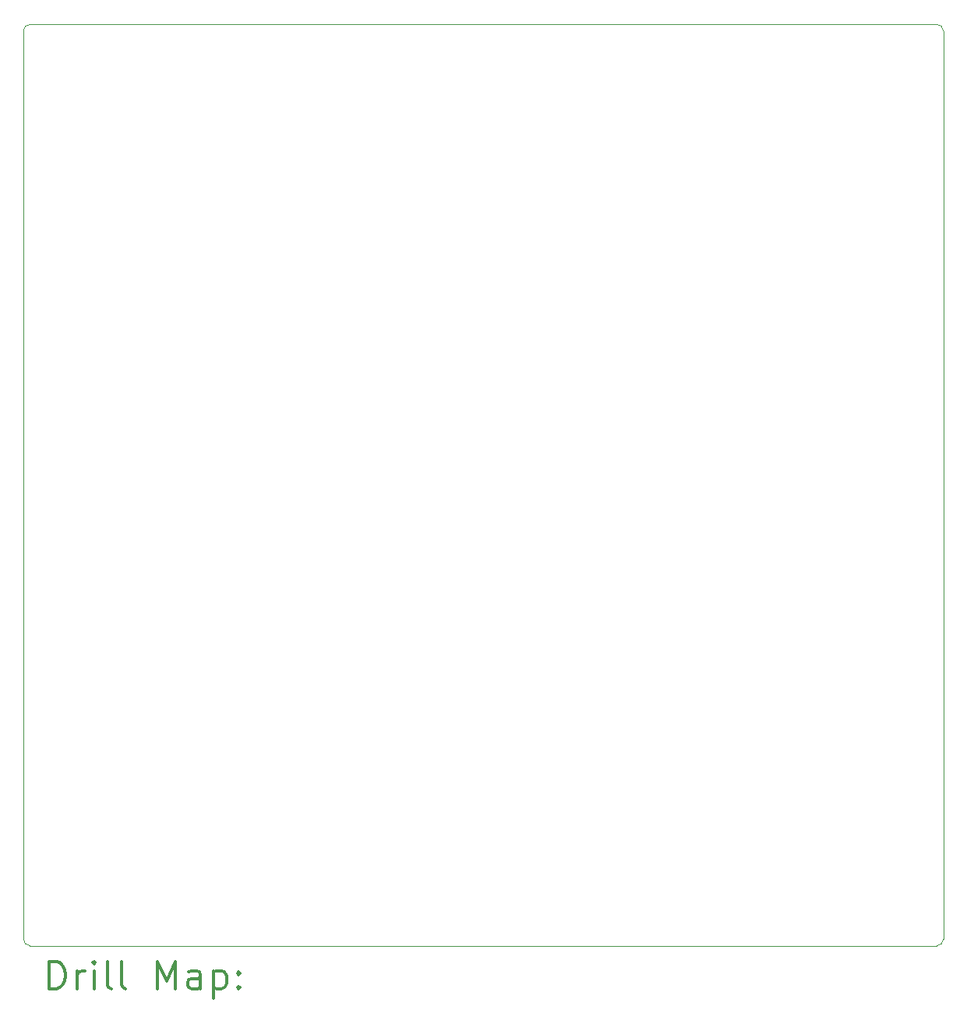
<source format=gbr>
%FSLAX45Y45*%
G04 Gerber Fmt 4.5, Leading zero omitted, Abs format (unit mm)*
G04 Created by KiCad (PCBNEW (5.1.9-0-10_14)) date 2021-09-07 13:10:14*
%MOMM*%
%LPD*%
G01*
G04 APERTURE LIST*
%TA.AperFunction,Profile*%
%ADD10C,0.100000*%
%TD*%
%ADD11C,0.200000*%
%ADD12C,0.300000*%
G04 APERTURE END LIST*
D10*
X8769350Y-13989050D02*
G75*
G02*
X8699500Y-13919200I0J69850D01*
G01*
X18694400Y-13919200D02*
G75*
G02*
X18624550Y-13989050I-69850J0D01*
G01*
X8699500Y-4057650D02*
G75*
G02*
X8769350Y-3987800I69850J0D01*
G01*
X18624550Y-3987800D02*
G75*
G02*
X18694400Y-4057650I0J-69850D01*
G01*
X18694400Y-4057650D02*
X18694400Y-13919200D01*
X8769350Y-3987800D02*
X18624550Y-3987800D01*
X8699500Y-13919200D02*
X8699500Y-4057650D01*
X18624550Y-13989050D02*
X8769350Y-13989050D01*
D11*
D12*
X8980928Y-14459764D02*
X8980928Y-14159764D01*
X9052357Y-14159764D01*
X9095214Y-14174050D01*
X9123786Y-14202621D01*
X9138071Y-14231193D01*
X9152357Y-14288336D01*
X9152357Y-14331193D01*
X9138071Y-14388336D01*
X9123786Y-14416907D01*
X9095214Y-14445479D01*
X9052357Y-14459764D01*
X8980928Y-14459764D01*
X9280928Y-14459764D02*
X9280928Y-14259764D01*
X9280928Y-14316907D02*
X9295214Y-14288336D01*
X9309500Y-14274050D01*
X9338071Y-14259764D01*
X9366643Y-14259764D01*
X9466643Y-14459764D02*
X9466643Y-14259764D01*
X9466643Y-14159764D02*
X9452357Y-14174050D01*
X9466643Y-14188336D01*
X9480928Y-14174050D01*
X9466643Y-14159764D01*
X9466643Y-14188336D01*
X9652357Y-14459764D02*
X9623786Y-14445479D01*
X9609500Y-14416907D01*
X9609500Y-14159764D01*
X9809500Y-14459764D02*
X9780928Y-14445479D01*
X9766643Y-14416907D01*
X9766643Y-14159764D01*
X10152357Y-14459764D02*
X10152357Y-14159764D01*
X10252357Y-14374050D01*
X10352357Y-14159764D01*
X10352357Y-14459764D01*
X10623786Y-14459764D02*
X10623786Y-14302621D01*
X10609500Y-14274050D01*
X10580928Y-14259764D01*
X10523786Y-14259764D01*
X10495214Y-14274050D01*
X10623786Y-14445479D02*
X10595214Y-14459764D01*
X10523786Y-14459764D01*
X10495214Y-14445479D01*
X10480928Y-14416907D01*
X10480928Y-14388336D01*
X10495214Y-14359764D01*
X10523786Y-14345479D01*
X10595214Y-14345479D01*
X10623786Y-14331193D01*
X10766643Y-14259764D02*
X10766643Y-14559764D01*
X10766643Y-14274050D02*
X10795214Y-14259764D01*
X10852357Y-14259764D01*
X10880928Y-14274050D01*
X10895214Y-14288336D01*
X10909500Y-14316907D01*
X10909500Y-14402621D01*
X10895214Y-14431193D01*
X10880928Y-14445479D01*
X10852357Y-14459764D01*
X10795214Y-14459764D01*
X10766643Y-14445479D01*
X11038071Y-14431193D02*
X11052357Y-14445479D01*
X11038071Y-14459764D01*
X11023786Y-14445479D01*
X11038071Y-14431193D01*
X11038071Y-14459764D01*
X11038071Y-14274050D02*
X11052357Y-14288336D01*
X11038071Y-14302621D01*
X11023786Y-14288336D01*
X11038071Y-14274050D01*
X11038071Y-14302621D01*
M02*

</source>
